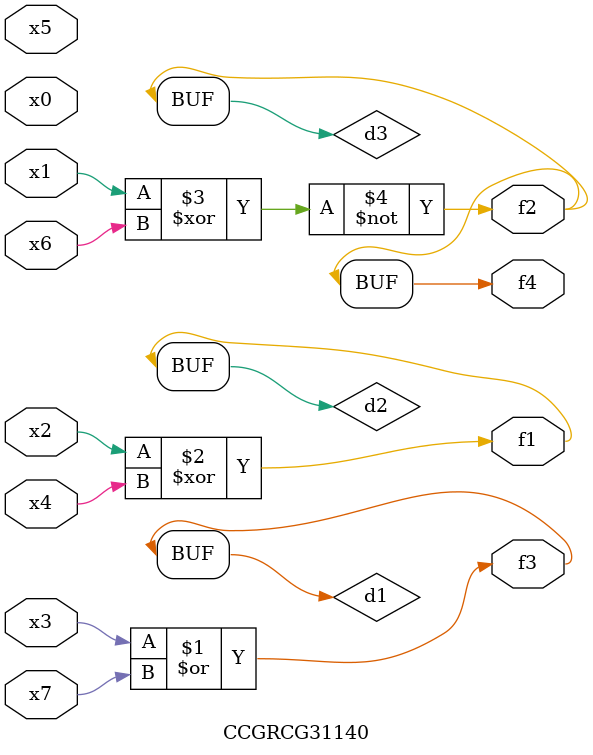
<source format=v>
module CCGRCG31140(
	input x0, x1, x2, x3, x4, x5, x6, x7,
	output f1, f2, f3, f4
);

	wire d1, d2, d3;

	or (d1, x3, x7);
	xor (d2, x2, x4);
	xnor (d3, x1, x6);
	assign f1 = d2;
	assign f2 = d3;
	assign f3 = d1;
	assign f4 = d3;
endmodule

</source>
